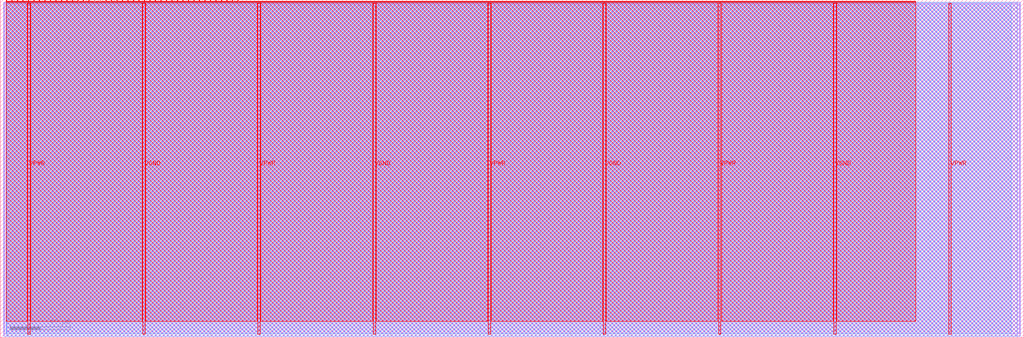
<source format=lef>
VERSION 5.7 ;
  NOWIREEXTENSIONATPIN ON ;
  DIVIDERCHAR "/" ;
  BUSBITCHARS "[]" ;
MACRO tt_um_fpu
  CLASS BLOCK ;
  FOREIGN tt_um_fpu ;
  ORIGIN 0.000 0.000 ;
  SIZE 682.640 BY 225.760 ;
  PIN VGND
    DIRECTION INOUT ;
    USE GROUND ;
    PORT
      LAYER met4 ;
        RECT 95.080 2.480 96.680 223.280 ;
    END
    PORT
      LAYER met4 ;
        RECT 248.680 2.480 250.280 223.280 ;
    END
    PORT
      LAYER met4 ;
        RECT 402.280 2.480 403.880 223.280 ;
    END
    PORT
      LAYER met4 ;
        RECT 555.880 2.480 557.480 223.280 ;
    END
  END VGND
  PIN VPWR
    DIRECTION INOUT ;
    USE POWER ;
    PORT
      LAYER met4 ;
        RECT 18.280 2.480 19.880 223.280 ;
    END
    PORT
      LAYER met4 ;
        RECT 171.880 2.480 173.480 223.280 ;
    END
    PORT
      LAYER met4 ;
        RECT 325.480 2.480 327.080 223.280 ;
    END
    PORT
      LAYER met4 ;
        RECT 479.080 2.480 480.680 223.280 ;
    END
    PORT
      LAYER met4 ;
        RECT 632.680 2.480 634.280 223.280 ;
    END
  END VPWR
  PIN clk
    DIRECTION INPUT ;
    USE SIGNAL ;
    ANTENNAGATEAREA 0.852000 ;
    PORT
      LAYER met4 ;
        RECT 154.870 224.760 155.170 225.760 ;
    END
  END clk
  PIN ena
    DIRECTION INPUT ;
    USE SIGNAL ;
    PORT
      LAYER met4 ;
        RECT 158.550 224.760 158.850 225.760 ;
    END
  END ena
  PIN rst_n
    DIRECTION INPUT ;
    USE SIGNAL ;
    ANTENNAGATEAREA 0.196500 ;
    PORT
      LAYER met4 ;
        RECT 151.190 224.760 151.490 225.760 ;
    END
  END rst_n
  PIN ui_in[0]
    DIRECTION INPUT ;
    USE SIGNAL ;
    ANTENNAGATEAREA 0.196500 ;
    PORT
      LAYER met4 ;
        RECT 147.510 224.760 147.810 225.760 ;
    END
  END ui_in[0]
  PIN ui_in[1]
    DIRECTION INPUT ;
    USE SIGNAL ;
    ANTENNAGATEAREA 0.196500 ;
    PORT
      LAYER met4 ;
        RECT 143.830 224.760 144.130 225.760 ;
    END
  END ui_in[1]
  PIN ui_in[2]
    DIRECTION INPUT ;
    USE SIGNAL ;
    ANTENNAGATEAREA 0.196500 ;
    PORT
      LAYER met4 ;
        RECT 140.150 224.760 140.450 225.760 ;
    END
  END ui_in[2]
  PIN ui_in[3]
    DIRECTION INPUT ;
    USE SIGNAL ;
    ANTENNAGATEAREA 0.196500 ;
    PORT
      LAYER met4 ;
        RECT 136.470 224.760 136.770 225.760 ;
    END
  END ui_in[3]
  PIN ui_in[4]
    DIRECTION INPUT ;
    USE SIGNAL ;
    ANTENNAGATEAREA 0.196500 ;
    PORT
      LAYER met4 ;
        RECT 132.790 224.760 133.090 225.760 ;
    END
  END ui_in[4]
  PIN ui_in[5]
    DIRECTION INPUT ;
    USE SIGNAL ;
    ANTENNAGATEAREA 0.196500 ;
    PORT
      LAYER met4 ;
        RECT 129.110 224.760 129.410 225.760 ;
    END
  END ui_in[5]
  PIN ui_in[6]
    DIRECTION INPUT ;
    USE SIGNAL ;
    ANTENNAGATEAREA 0.196500 ;
    PORT
      LAYER met4 ;
        RECT 125.430 224.760 125.730 225.760 ;
    END
  END ui_in[6]
  PIN ui_in[7]
    DIRECTION INPUT ;
    USE SIGNAL ;
    ANTENNAGATEAREA 0.196500 ;
    PORT
      LAYER met4 ;
        RECT 121.750 224.760 122.050 225.760 ;
    END
  END ui_in[7]
  PIN uio_in[0]
    DIRECTION INPUT ;
    USE SIGNAL ;
    PORT
      LAYER met4 ;
        RECT 118.070 224.760 118.370 225.760 ;
    END
  END uio_in[0]
  PIN uio_in[1]
    DIRECTION INPUT ;
    USE SIGNAL ;
    PORT
      LAYER met4 ;
        RECT 114.390 224.760 114.690 225.760 ;
    END
  END uio_in[1]
  PIN uio_in[2]
    DIRECTION INPUT ;
    USE SIGNAL ;
    PORT
      LAYER met4 ;
        RECT 110.710 224.760 111.010 225.760 ;
    END
  END uio_in[2]
  PIN uio_in[3]
    DIRECTION INPUT ;
    USE SIGNAL ;
    PORT
      LAYER met4 ;
        RECT 107.030 224.760 107.330 225.760 ;
    END
  END uio_in[3]
  PIN uio_in[4]
    DIRECTION INPUT ;
    USE SIGNAL ;
    PORT
      LAYER met4 ;
        RECT 103.350 224.760 103.650 225.760 ;
    END
  END uio_in[4]
  PIN uio_in[5]
    DIRECTION INPUT ;
    USE SIGNAL ;
    PORT
      LAYER met4 ;
        RECT 99.670 224.760 99.970 225.760 ;
    END
  END uio_in[5]
  PIN uio_in[6]
    DIRECTION INPUT ;
    USE SIGNAL ;
    PORT
      LAYER met4 ;
        RECT 95.990 224.760 96.290 225.760 ;
    END
  END uio_in[6]
  PIN uio_in[7]
    DIRECTION INPUT ;
    USE SIGNAL ;
    PORT
      LAYER met4 ;
        RECT 92.310 224.760 92.610 225.760 ;
    END
  END uio_in[7]
  PIN uio_oe[0]
    DIRECTION OUTPUT TRISTATE ;
    USE SIGNAL ;
    PORT
      LAYER met4 ;
        RECT 29.750 224.760 30.050 225.760 ;
    END
  END uio_oe[0]
  PIN uio_oe[1]
    DIRECTION OUTPUT TRISTATE ;
    USE SIGNAL ;
    PORT
      LAYER met4 ;
        RECT 26.070 224.760 26.370 225.760 ;
    END
  END uio_oe[1]
  PIN uio_oe[2]
    DIRECTION OUTPUT TRISTATE ;
    USE SIGNAL ;
    PORT
      LAYER met4 ;
        RECT 22.390 224.760 22.690 225.760 ;
    END
  END uio_oe[2]
  PIN uio_oe[3]
    DIRECTION OUTPUT TRISTATE ;
    USE SIGNAL ;
    PORT
      LAYER met4 ;
        RECT 18.710 224.760 19.010 225.760 ;
    END
  END uio_oe[3]
  PIN uio_oe[4]
    DIRECTION OUTPUT TRISTATE ;
    USE SIGNAL ;
    PORT
      LAYER met4 ;
        RECT 15.030 224.760 15.330 225.760 ;
    END
  END uio_oe[4]
  PIN uio_oe[5]
    DIRECTION OUTPUT TRISTATE ;
    USE SIGNAL ;
    PORT
      LAYER met4 ;
        RECT 11.350 224.760 11.650 225.760 ;
    END
  END uio_oe[5]
  PIN uio_oe[6]
    DIRECTION OUTPUT TRISTATE ;
    USE SIGNAL ;
    PORT
      LAYER met4 ;
        RECT 7.670 224.760 7.970 225.760 ;
    END
  END uio_oe[6]
  PIN uio_oe[7]
    DIRECTION OUTPUT TRISTATE ;
    USE SIGNAL ;
    PORT
      LAYER met4 ;
        RECT 3.990 224.760 4.290 225.760 ;
    END
  END uio_oe[7]
  PIN uio_out[0]
    DIRECTION OUTPUT TRISTATE ;
    USE SIGNAL ;
    ANTENNADIFFAREA 0.795200 ;
    PORT
      LAYER met4 ;
        RECT 59.190 224.760 59.490 225.760 ;
    END
  END uio_out[0]
  PIN uio_out[1]
    DIRECTION OUTPUT TRISTATE ;
    USE SIGNAL ;
    ANTENNADIFFAREA 0.795200 ;
    PORT
      LAYER met4 ;
        RECT 55.510 224.760 55.810 225.760 ;
    END
  END uio_out[1]
  PIN uio_out[2]
    DIRECTION OUTPUT TRISTATE ;
    USE SIGNAL ;
    ANTENNADIFFAREA 0.445500 ;
    PORT
      LAYER met4 ;
        RECT 51.830 224.760 52.130 225.760 ;
    END
  END uio_out[2]
  PIN uio_out[3]
    DIRECTION OUTPUT TRISTATE ;
    USE SIGNAL ;
    ANTENNADIFFAREA 0.795200 ;
    PORT
      LAYER met4 ;
        RECT 48.150 224.760 48.450 225.760 ;
    END
  END uio_out[3]
  PIN uio_out[4]
    DIRECTION OUTPUT TRISTATE ;
    USE SIGNAL ;
    PORT
      LAYER met4 ;
        RECT 44.470 224.760 44.770 225.760 ;
    END
  END uio_out[4]
  PIN uio_out[5]
    DIRECTION OUTPUT TRISTATE ;
    USE SIGNAL ;
    PORT
      LAYER met4 ;
        RECT 40.790 224.760 41.090 225.760 ;
    END
  END uio_out[5]
  PIN uio_out[6]
    DIRECTION OUTPUT TRISTATE ;
    USE SIGNAL ;
    PORT
      LAYER met4 ;
        RECT 37.110 224.760 37.410 225.760 ;
    END
  END uio_out[6]
  PIN uio_out[7]
    DIRECTION OUTPUT TRISTATE ;
    USE SIGNAL ;
    PORT
      LAYER met4 ;
        RECT 33.430 224.760 33.730 225.760 ;
    END
  END uio_out[7]
  PIN uo_out[0]
    DIRECTION OUTPUT TRISTATE ;
    USE SIGNAL ;
    ANTENNAGATEAREA 0.126000 ;
    ANTENNADIFFAREA 0.891000 ;
    PORT
      LAYER met4 ;
        RECT 88.630 224.760 88.930 225.760 ;
    END
  END uo_out[0]
  PIN uo_out[1]
    DIRECTION OUTPUT TRISTATE ;
    USE SIGNAL ;
    ANTENNAGATEAREA 0.126000 ;
    ANTENNADIFFAREA 0.891000 ;
    PORT
      LAYER met4 ;
        RECT 84.950 224.760 85.250 225.760 ;
    END
  END uo_out[1]
  PIN uo_out[2]
    DIRECTION OUTPUT TRISTATE ;
    USE SIGNAL ;
    ANTENNAGATEAREA 0.126000 ;
    ANTENNADIFFAREA 0.891000 ;
    PORT
      LAYER met4 ;
        RECT 81.270 224.760 81.570 225.760 ;
    END
  END uo_out[2]
  PIN uo_out[3]
    DIRECTION OUTPUT TRISTATE ;
    USE SIGNAL ;
    ANTENNAGATEAREA 0.126000 ;
    ANTENNADIFFAREA 0.891000 ;
    PORT
      LAYER met4 ;
        RECT 77.590 224.760 77.890 225.760 ;
    END
  END uo_out[3]
  PIN uo_out[4]
    DIRECTION OUTPUT TRISTATE ;
    USE SIGNAL ;
    ANTENNAGATEAREA 0.126000 ;
    ANTENNADIFFAREA 0.891000 ;
    PORT
      LAYER met4 ;
        RECT 73.910 224.760 74.210 225.760 ;
    END
  END uo_out[4]
  PIN uo_out[5]
    DIRECTION OUTPUT TRISTATE ;
    USE SIGNAL ;
    ANTENNAGATEAREA 0.126000 ;
    ANTENNADIFFAREA 0.891000 ;
    PORT
      LAYER met4 ;
        RECT 70.230 224.760 70.530 225.760 ;
    END
  END uo_out[5]
  PIN uo_out[6]
    DIRECTION OUTPUT TRISTATE ;
    USE SIGNAL ;
    ANTENNAGATEAREA 0.126000 ;
    ANTENNADIFFAREA 0.891000 ;
    PORT
      LAYER met4 ;
        RECT 66.550 224.760 66.850 225.760 ;
    END
  END uo_out[6]
  PIN uo_out[7]
    DIRECTION OUTPUT TRISTATE ;
    USE SIGNAL ;
    ANTENNAGATEAREA 0.126000 ;
    ANTENNADIFFAREA 0.891000 ;
    PORT
      LAYER met4 ;
        RECT 62.870 224.760 63.170 225.760 ;
    END
  END uo_out[7]
  OBS
      LAYER li1 ;
        RECT 2.760 2.635 679.880 223.125 ;
      LAYER met1 ;
        RECT 2.460 1.060 680.180 224.020 ;
      LAYER met2 ;
        RECT 4.230 1.030 678.400 224.245 ;
      LAYER met3 ;
        RECT 3.950 2.555 674.295 224.225 ;
      LAYER met4 ;
        RECT 4.690 224.360 7.270 224.760 ;
        RECT 8.370 224.360 10.950 224.760 ;
        RECT 12.050 224.360 14.630 224.760 ;
        RECT 15.730 224.360 18.310 224.760 ;
        RECT 19.410 224.360 21.990 224.760 ;
        RECT 23.090 224.360 25.670 224.760 ;
        RECT 26.770 224.360 29.350 224.760 ;
        RECT 30.450 224.360 33.030 224.760 ;
        RECT 34.130 224.360 36.710 224.760 ;
        RECT 37.810 224.360 40.390 224.760 ;
        RECT 41.490 224.360 44.070 224.760 ;
        RECT 45.170 224.360 47.750 224.760 ;
        RECT 48.850 224.360 51.430 224.760 ;
        RECT 52.530 224.360 55.110 224.760 ;
        RECT 56.210 224.360 58.790 224.760 ;
        RECT 59.890 224.360 62.470 224.760 ;
        RECT 63.570 224.360 66.150 224.760 ;
        RECT 67.250 224.360 69.830 224.760 ;
        RECT 70.930 224.360 73.510 224.760 ;
        RECT 74.610 224.360 77.190 224.760 ;
        RECT 78.290 224.360 80.870 224.760 ;
        RECT 81.970 224.360 84.550 224.760 ;
        RECT 85.650 224.360 88.230 224.760 ;
        RECT 89.330 224.360 91.910 224.760 ;
        RECT 93.010 224.360 95.590 224.760 ;
        RECT 96.690 224.360 99.270 224.760 ;
        RECT 100.370 224.360 102.950 224.760 ;
        RECT 104.050 224.360 106.630 224.760 ;
        RECT 107.730 224.360 110.310 224.760 ;
        RECT 111.410 224.360 113.990 224.760 ;
        RECT 115.090 224.360 117.670 224.760 ;
        RECT 118.770 224.360 121.350 224.760 ;
        RECT 122.450 224.360 125.030 224.760 ;
        RECT 126.130 224.360 128.710 224.760 ;
        RECT 129.810 224.360 132.390 224.760 ;
        RECT 133.490 224.360 136.070 224.760 ;
        RECT 137.170 224.360 139.750 224.760 ;
        RECT 140.850 224.360 143.430 224.760 ;
        RECT 144.530 224.360 147.110 224.760 ;
        RECT 148.210 224.360 150.790 224.760 ;
        RECT 151.890 224.360 154.470 224.760 ;
        RECT 155.570 224.360 158.150 224.760 ;
        RECT 159.250 224.360 610.585 224.760 ;
        RECT 3.975 223.680 610.585 224.360 ;
        RECT 3.975 11.055 17.880 223.680 ;
        RECT 20.280 11.055 94.680 223.680 ;
        RECT 97.080 11.055 171.480 223.680 ;
        RECT 173.880 11.055 248.280 223.680 ;
        RECT 250.680 11.055 325.080 223.680 ;
        RECT 327.480 11.055 401.880 223.680 ;
        RECT 404.280 11.055 478.680 223.680 ;
        RECT 481.080 11.055 555.480 223.680 ;
        RECT 557.880 11.055 610.585 223.680 ;
  END
END tt_um_fpu
END LIBRARY


</source>
